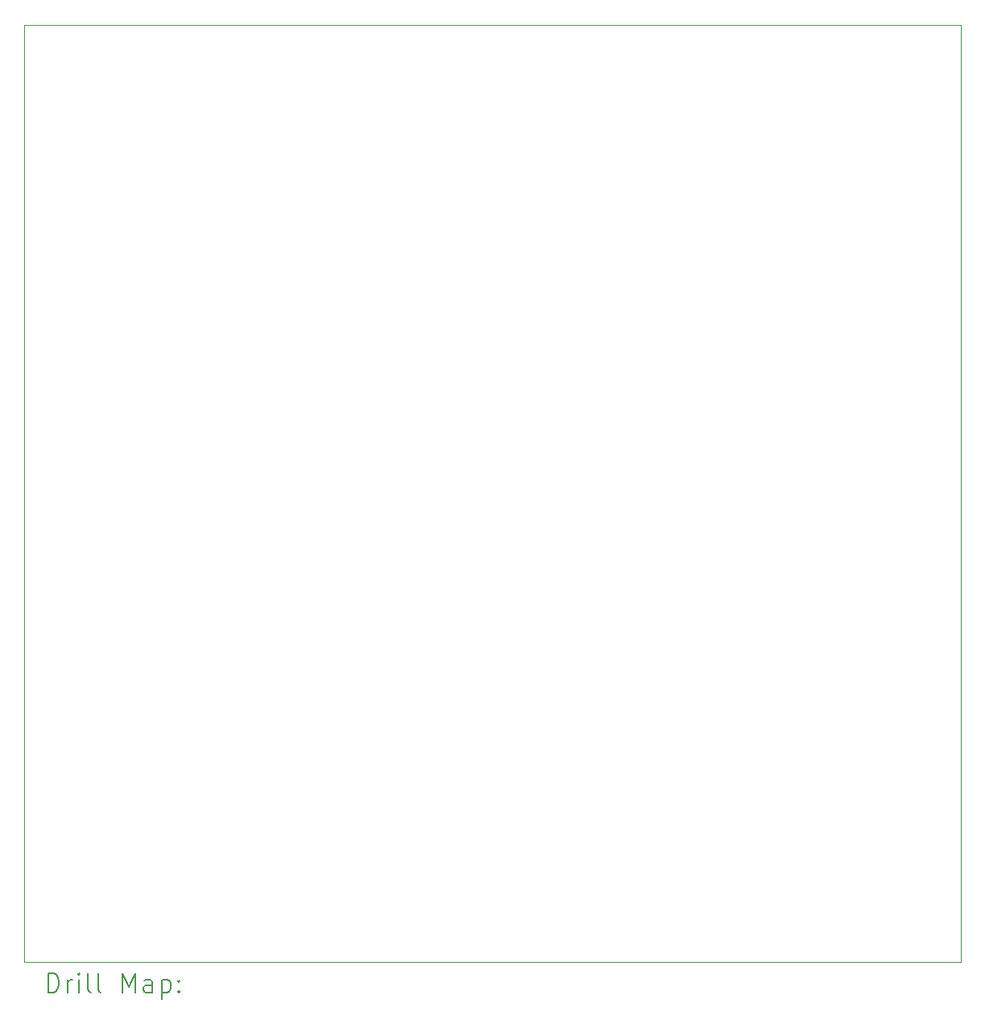
<source format=gbr>
%TF.GenerationSoftware,KiCad,Pcbnew,8.0.0-8.0.0-1~ubuntu22.04.1*%
%TF.CreationDate,2024-03-04T18:17:03+01:00*%
%TF.ProjectId,1x1_panel,3178315f-7061-46e6-956c-2e6b69636164,rev?*%
%TF.SameCoordinates,Original*%
%TF.FileFunction,Drillmap*%
%TF.FilePolarity,Positive*%
%FSLAX45Y45*%
G04 Gerber Fmt 4.5, Leading zero omitted, Abs format (unit mm)*
G04 Created by KiCad (PCBNEW 8.0.0-8.0.0-1~ubuntu22.04.1) date 2024-03-04 18:17:03*
%MOMM*%
%LPD*%
G01*
G04 APERTURE LIST*
%ADD10C,0.100000*%
%ADD11C,0.200000*%
G04 APERTURE END LIST*
D10*
X-200000Y200000D02*
X9650000Y200000D01*
X9650000Y-9650000D01*
X-200000Y-9650000D01*
X-200000Y200000D01*
D11*
X55777Y-9966484D02*
X55777Y-9766484D01*
X55777Y-9766484D02*
X103396Y-9766484D01*
X103396Y-9766484D02*
X131967Y-9776008D01*
X131967Y-9776008D02*
X151015Y-9795055D01*
X151015Y-9795055D02*
X160539Y-9814103D01*
X160539Y-9814103D02*
X170063Y-9852198D01*
X170063Y-9852198D02*
X170063Y-9880770D01*
X170063Y-9880770D02*
X160539Y-9918865D01*
X160539Y-9918865D02*
X151015Y-9937912D01*
X151015Y-9937912D02*
X131967Y-9956960D01*
X131967Y-9956960D02*
X103396Y-9966484D01*
X103396Y-9966484D02*
X55777Y-9966484D01*
X255777Y-9966484D02*
X255777Y-9833150D01*
X255777Y-9871246D02*
X265301Y-9852198D01*
X265301Y-9852198D02*
X274824Y-9842674D01*
X274824Y-9842674D02*
X293872Y-9833150D01*
X293872Y-9833150D02*
X312920Y-9833150D01*
X379586Y-9966484D02*
X379586Y-9833150D01*
X379586Y-9766484D02*
X370062Y-9776008D01*
X370062Y-9776008D02*
X379586Y-9785531D01*
X379586Y-9785531D02*
X389110Y-9776008D01*
X389110Y-9776008D02*
X379586Y-9766484D01*
X379586Y-9766484D02*
X379586Y-9785531D01*
X503396Y-9966484D02*
X484348Y-9956960D01*
X484348Y-9956960D02*
X474824Y-9937912D01*
X474824Y-9937912D02*
X474824Y-9766484D01*
X608158Y-9966484D02*
X589110Y-9956960D01*
X589110Y-9956960D02*
X579586Y-9937912D01*
X579586Y-9937912D02*
X579586Y-9766484D01*
X836729Y-9966484D02*
X836729Y-9766484D01*
X836729Y-9766484D02*
X903396Y-9909341D01*
X903396Y-9909341D02*
X970062Y-9766484D01*
X970062Y-9766484D02*
X970062Y-9966484D01*
X1151015Y-9966484D02*
X1151015Y-9861722D01*
X1151015Y-9861722D02*
X1141491Y-9842674D01*
X1141491Y-9842674D02*
X1122444Y-9833150D01*
X1122444Y-9833150D02*
X1084348Y-9833150D01*
X1084348Y-9833150D02*
X1065301Y-9842674D01*
X1151015Y-9956960D02*
X1131967Y-9966484D01*
X1131967Y-9966484D02*
X1084348Y-9966484D01*
X1084348Y-9966484D02*
X1065301Y-9956960D01*
X1065301Y-9956960D02*
X1055777Y-9937912D01*
X1055777Y-9937912D02*
X1055777Y-9918865D01*
X1055777Y-9918865D02*
X1065301Y-9899817D01*
X1065301Y-9899817D02*
X1084348Y-9890293D01*
X1084348Y-9890293D02*
X1131967Y-9890293D01*
X1131967Y-9890293D02*
X1151015Y-9880770D01*
X1246253Y-9833150D02*
X1246253Y-10033150D01*
X1246253Y-9842674D02*
X1265301Y-9833150D01*
X1265301Y-9833150D02*
X1303396Y-9833150D01*
X1303396Y-9833150D02*
X1322444Y-9842674D01*
X1322444Y-9842674D02*
X1331967Y-9852198D01*
X1331967Y-9852198D02*
X1341491Y-9871246D01*
X1341491Y-9871246D02*
X1341491Y-9928389D01*
X1341491Y-9928389D02*
X1331967Y-9947436D01*
X1331967Y-9947436D02*
X1322444Y-9956960D01*
X1322444Y-9956960D02*
X1303396Y-9966484D01*
X1303396Y-9966484D02*
X1265301Y-9966484D01*
X1265301Y-9966484D02*
X1246253Y-9956960D01*
X1427205Y-9947436D02*
X1436729Y-9956960D01*
X1436729Y-9956960D02*
X1427205Y-9966484D01*
X1427205Y-9966484D02*
X1417682Y-9956960D01*
X1417682Y-9956960D02*
X1427205Y-9947436D01*
X1427205Y-9947436D02*
X1427205Y-9966484D01*
X1427205Y-9842674D02*
X1436729Y-9852198D01*
X1436729Y-9852198D02*
X1427205Y-9861722D01*
X1427205Y-9861722D02*
X1417682Y-9852198D01*
X1417682Y-9852198D02*
X1427205Y-9842674D01*
X1427205Y-9842674D02*
X1427205Y-9861722D01*
M02*

</source>
